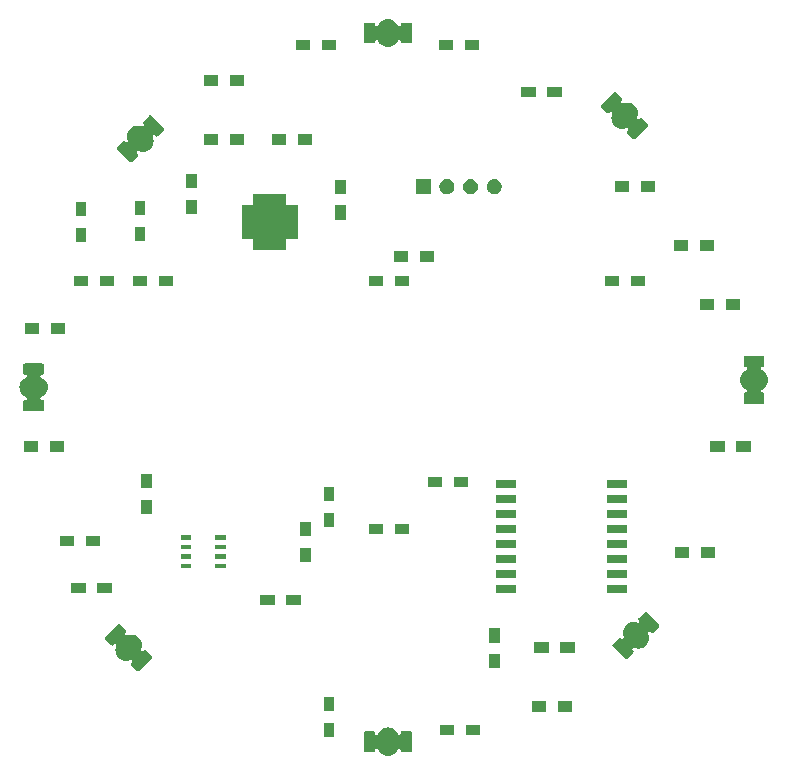
<source format=gbr>
G04 #@! TF.GenerationSoftware,KiCad,Pcbnew,(5.0.2)-1*
G04 #@! TF.CreationDate,2019-03-05T23:48:00-05:00*
G04 #@! TF.ProjectId,bikesenseCap,62696b65-7365-46e7-9365-4361702e6b69,REV E*
G04 #@! TF.SameCoordinates,Original*
G04 #@! TF.FileFunction,Soldermask,Top*
G04 #@! TF.FilePolarity,Negative*
%FSLAX46Y46*%
G04 Gerber Fmt 4.6, Leading zero omitted, Abs format (unit mm)*
G04 Created by KiCad (PCBNEW (5.0.2)-1) date 3/5/2019 11:48:00 PM*
%MOMM*%
%LPD*%
G01*
G04 APERTURE LIST*
%ADD10C,0.100000*%
G04 APERTURE END LIST*
D10*
G36*
X150176432Y-128813022D02*
X150346081Y-128864485D01*
X150502433Y-128948056D01*
X150639475Y-129060525D01*
X150751944Y-129197567D01*
X150839760Y-129361862D01*
X150853373Y-129382237D01*
X150870700Y-129399564D01*
X150891075Y-129413178D01*
X150913714Y-129422555D01*
X150937747Y-129427336D01*
X150962251Y-129427336D01*
X150986285Y-129422556D01*
X151008924Y-129413178D01*
X151029299Y-129399565D01*
X151046626Y-129382238D01*
X151060240Y-129361863D01*
X151069617Y-129339224D01*
X151074398Y-129315191D01*
X151075000Y-129302938D01*
X151075000Y-129246141D01*
X151077803Y-129217684D01*
X151084313Y-129196223D01*
X151094885Y-129176445D01*
X151109110Y-129159110D01*
X151126445Y-129144885D01*
X151146223Y-129134313D01*
X151167684Y-129127803D01*
X151196141Y-129125000D01*
X151903859Y-129125000D01*
X151932316Y-129127803D01*
X151953777Y-129134313D01*
X151973555Y-129144885D01*
X151990890Y-129159110D01*
X152005115Y-129176445D01*
X152015687Y-129196223D01*
X152022197Y-129217684D01*
X152025000Y-129246141D01*
X152025000Y-130753859D01*
X152022197Y-130782316D01*
X152015687Y-130803777D01*
X152005115Y-130823555D01*
X151990890Y-130840890D01*
X151973555Y-130855115D01*
X151953777Y-130865687D01*
X151932316Y-130872197D01*
X151903859Y-130875000D01*
X151196141Y-130875000D01*
X151167684Y-130872197D01*
X151146223Y-130865687D01*
X151126445Y-130855115D01*
X151109110Y-130840890D01*
X151094885Y-130823555D01*
X151084313Y-130803777D01*
X151077803Y-130782316D01*
X151075000Y-130753859D01*
X151075000Y-130697063D01*
X151072598Y-130672677D01*
X151065485Y-130649228D01*
X151053934Y-130627617D01*
X151038388Y-130608675D01*
X151019446Y-130593129D01*
X150997835Y-130581578D01*
X150974386Y-130574465D01*
X150950000Y-130572063D01*
X150925614Y-130574465D01*
X150902165Y-130581578D01*
X150880554Y-130593129D01*
X150861612Y-130608675D01*
X150846066Y-130627617D01*
X150839760Y-130638139D01*
X150751944Y-130802433D01*
X150639475Y-130939475D01*
X150502436Y-131051941D01*
X150346076Y-131135516D01*
X150176431Y-131186978D01*
X150000000Y-131204354D01*
X149823568Y-131186978D01*
X149653919Y-131135515D01*
X149497567Y-131051944D01*
X149360525Y-130939475D01*
X149248056Y-130802433D01*
X149160240Y-130638138D01*
X149146627Y-130617763D01*
X149129300Y-130600436D01*
X149108925Y-130586822D01*
X149086286Y-130577445D01*
X149062253Y-130572664D01*
X149037749Y-130572664D01*
X149013715Y-130577444D01*
X148991076Y-130586822D01*
X148970701Y-130600435D01*
X148953374Y-130617762D01*
X148939760Y-130638137D01*
X148930383Y-130660776D01*
X148925602Y-130684809D01*
X148925000Y-130697062D01*
X148925000Y-130753859D01*
X148922197Y-130782316D01*
X148915687Y-130803777D01*
X148905115Y-130823555D01*
X148890890Y-130840890D01*
X148873555Y-130855115D01*
X148853777Y-130865687D01*
X148832316Y-130872197D01*
X148803859Y-130875000D01*
X148096141Y-130875000D01*
X148067684Y-130872197D01*
X148046223Y-130865687D01*
X148026445Y-130855115D01*
X148009110Y-130840890D01*
X147994885Y-130823555D01*
X147984313Y-130803777D01*
X147977803Y-130782316D01*
X147975000Y-130753859D01*
X147975000Y-129246141D01*
X147977803Y-129217684D01*
X147984313Y-129196223D01*
X147994885Y-129176445D01*
X148009110Y-129159110D01*
X148026445Y-129144885D01*
X148046223Y-129134313D01*
X148067684Y-129127803D01*
X148096141Y-129125000D01*
X148803859Y-129125000D01*
X148832316Y-129127803D01*
X148853777Y-129134313D01*
X148873555Y-129144885D01*
X148890890Y-129159110D01*
X148905115Y-129176445D01*
X148915687Y-129196223D01*
X148922197Y-129217684D01*
X148925000Y-129246141D01*
X148925000Y-129302939D01*
X148927402Y-129327325D01*
X148934515Y-129350774D01*
X148946066Y-129372385D01*
X148961612Y-129391327D01*
X148980554Y-129406873D01*
X149002165Y-129418424D01*
X149025614Y-129425537D01*
X149050000Y-129427939D01*
X149074386Y-129425537D01*
X149097835Y-129418424D01*
X149119446Y-129406873D01*
X149138388Y-129391327D01*
X149153934Y-129372385D01*
X149160240Y-129361863D01*
X149248057Y-129197567D01*
X149360526Y-129060525D01*
X149497568Y-128948056D01*
X149653920Y-128864485D01*
X149823569Y-128813022D01*
X150000000Y-128795646D01*
X150176432Y-128813022D01*
X150176432Y-128813022D01*
G37*
G36*
X145450000Y-129600000D02*
X144550000Y-129600000D01*
X144550000Y-128400000D01*
X145450000Y-128400000D01*
X145450000Y-129600000D01*
X145450000Y-129600000D01*
G37*
G36*
X155600000Y-129450000D02*
X154400000Y-129450000D01*
X154400000Y-128550000D01*
X155600000Y-128550000D01*
X155600000Y-129450000D01*
X155600000Y-129450000D01*
G37*
G36*
X157800000Y-129450000D02*
X156600000Y-129450000D01*
X156600000Y-128550000D01*
X157800000Y-128550000D01*
X157800000Y-129450000D01*
X157800000Y-129450000D01*
G37*
G36*
X163400000Y-127450000D02*
X162200000Y-127450000D01*
X162200000Y-126550000D01*
X163400000Y-126550000D01*
X163400000Y-127450000D01*
X163400000Y-127450000D01*
G37*
G36*
X165600000Y-127450000D02*
X164400000Y-127450000D01*
X164400000Y-126550000D01*
X165600000Y-126550000D01*
X165600000Y-127450000D01*
X165600000Y-127450000D01*
G37*
G36*
X145450000Y-127400000D02*
X144550000Y-127400000D01*
X144550000Y-126200000D01*
X145450000Y-126200000D01*
X145450000Y-127400000D01*
X145450000Y-127400000D01*
G37*
G36*
X127254143Y-120044827D02*
X127275604Y-120051337D01*
X127295382Y-120061909D01*
X127317494Y-120080055D01*
X127817913Y-120580474D01*
X127836059Y-120602586D01*
X127846631Y-120622364D01*
X127853141Y-120643825D01*
X127855339Y-120666141D01*
X127853141Y-120688457D01*
X127846631Y-120709918D01*
X127836059Y-120729696D01*
X127817913Y-120751808D01*
X127777757Y-120791964D01*
X127762211Y-120810906D01*
X127750660Y-120832517D01*
X127743547Y-120855966D01*
X127741145Y-120880352D01*
X127743547Y-120904738D01*
X127750660Y-120928187D01*
X127762211Y-120949798D01*
X127777757Y-120968740D01*
X127796699Y-120984286D01*
X127818310Y-120995837D01*
X127841759Y-121002950D01*
X127866145Y-121005352D01*
X127890531Y-121002950D01*
X127902431Y-120999969D01*
X128080700Y-120945890D01*
X128257132Y-120928514D01*
X128433564Y-120945890D01*
X128603213Y-120997354D01*
X128759560Y-121080923D01*
X128759561Y-121080924D01*
X128759563Y-121080925D01*
X128787300Y-121103688D01*
X128896607Y-121193393D01*
X129009077Y-121330440D01*
X129092646Y-121486787D01*
X129144110Y-121656436D01*
X129161486Y-121832868D01*
X129144110Y-122009300D01*
X129090031Y-122187569D01*
X129085250Y-122211602D01*
X129085250Y-122236106D01*
X129090030Y-122260140D01*
X129099407Y-122282779D01*
X129113021Y-122303154D01*
X129130348Y-122320481D01*
X129150723Y-122334095D01*
X129173362Y-122343472D01*
X129197395Y-122348253D01*
X129221899Y-122348253D01*
X129245933Y-122343473D01*
X129268572Y-122334096D01*
X129288947Y-122320482D01*
X129298036Y-122312243D01*
X129338192Y-122272087D01*
X129360304Y-122253941D01*
X129380082Y-122243369D01*
X129401543Y-122236859D01*
X129423859Y-122234661D01*
X129446175Y-122236859D01*
X129467636Y-122243369D01*
X129487414Y-122253941D01*
X129509526Y-122272087D01*
X130009945Y-122772506D01*
X130028091Y-122794618D01*
X130038663Y-122814396D01*
X130045173Y-122835857D01*
X130047371Y-122858173D01*
X130045173Y-122880489D01*
X130038663Y-122901950D01*
X130028091Y-122921728D01*
X130009945Y-122943840D01*
X128943840Y-124009945D01*
X128921728Y-124028091D01*
X128901950Y-124038663D01*
X128880489Y-124045173D01*
X128858173Y-124047371D01*
X128835857Y-124045173D01*
X128814396Y-124038663D01*
X128794618Y-124028091D01*
X128772506Y-124009945D01*
X128272087Y-123509526D01*
X128253941Y-123487414D01*
X128243369Y-123467636D01*
X128236859Y-123446175D01*
X128234661Y-123423859D01*
X128236859Y-123401543D01*
X128243369Y-123380082D01*
X128253941Y-123360304D01*
X128272087Y-123338192D01*
X128312243Y-123298036D01*
X128327789Y-123279094D01*
X128339340Y-123257483D01*
X128346453Y-123234034D01*
X128348855Y-123209648D01*
X128346453Y-123185262D01*
X128339340Y-123161813D01*
X128327789Y-123140202D01*
X128312243Y-123121260D01*
X128293301Y-123105714D01*
X128271690Y-123094163D01*
X128248241Y-123087050D01*
X128223855Y-123084648D01*
X128199469Y-123087050D01*
X128187569Y-123090031D01*
X128009299Y-123144110D01*
X127832868Y-123161486D01*
X127656437Y-123144110D01*
X127486787Y-123092646D01*
X127330437Y-123009075D01*
X127193394Y-122896606D01*
X127080925Y-122759563D01*
X126997354Y-122603213D01*
X126945890Y-122433563D01*
X126928514Y-122257132D01*
X126945890Y-122080701D01*
X126999969Y-121902431D01*
X127004750Y-121878398D01*
X127004750Y-121853893D01*
X126999970Y-121829860D01*
X126990592Y-121807221D01*
X126976979Y-121786846D01*
X126959652Y-121769519D01*
X126939277Y-121755905D01*
X126916638Y-121746528D01*
X126892605Y-121741747D01*
X126868100Y-121741747D01*
X126844067Y-121746527D01*
X126821428Y-121755905D01*
X126801053Y-121769518D01*
X126791964Y-121777757D01*
X126751808Y-121817913D01*
X126729696Y-121836059D01*
X126709918Y-121846631D01*
X126688457Y-121853141D01*
X126666141Y-121855339D01*
X126643825Y-121853141D01*
X126622364Y-121846631D01*
X126602586Y-121836059D01*
X126580474Y-121817913D01*
X126080055Y-121317494D01*
X126061909Y-121295382D01*
X126051337Y-121275604D01*
X126044827Y-121254143D01*
X126042629Y-121231827D01*
X126044827Y-121209511D01*
X126051337Y-121188050D01*
X126061909Y-121168272D01*
X126080055Y-121146160D01*
X127146160Y-120080055D01*
X127168272Y-120061909D01*
X127188050Y-120051337D01*
X127209511Y-120044827D01*
X127231827Y-120042629D01*
X127254143Y-120044827D01*
X127254143Y-120044827D01*
G37*
G36*
X159450000Y-123800000D02*
X158550000Y-123800000D01*
X158550000Y-122600000D01*
X159450000Y-122600000D01*
X159450000Y-123800000D01*
X159450000Y-123800000D01*
G37*
G36*
X171835489Y-118999827D02*
X171856950Y-119006337D01*
X171876728Y-119016909D01*
X171898840Y-119035055D01*
X172964945Y-120101160D01*
X172983091Y-120123272D01*
X172993663Y-120143050D01*
X173000173Y-120164511D01*
X173002371Y-120186827D01*
X173000173Y-120209143D01*
X172993663Y-120230604D01*
X172983091Y-120250382D01*
X172964945Y-120272494D01*
X172464526Y-120772913D01*
X172442414Y-120791059D01*
X172422636Y-120801631D01*
X172401175Y-120808141D01*
X172378859Y-120810339D01*
X172356543Y-120808141D01*
X172335082Y-120801631D01*
X172315304Y-120791059D01*
X172293192Y-120772913D01*
X172253036Y-120732757D01*
X172234094Y-120717211D01*
X172212483Y-120705660D01*
X172189034Y-120698547D01*
X172164648Y-120696145D01*
X172140262Y-120698547D01*
X172116813Y-120705660D01*
X172095202Y-120717211D01*
X172076260Y-120732757D01*
X172060714Y-120751699D01*
X172049163Y-120773310D01*
X172042050Y-120796759D01*
X172039648Y-120821145D01*
X172042050Y-120845531D01*
X172045031Y-120857431D01*
X172099110Y-121035700D01*
X172116486Y-121212132D01*
X172099110Y-121388564D01*
X172047646Y-121558213D01*
X171964077Y-121714560D01*
X171851607Y-121851607D01*
X171742300Y-121941312D01*
X171714563Y-121964075D01*
X171714561Y-121964076D01*
X171714560Y-121964077D01*
X171558213Y-122047646D01*
X171388564Y-122099110D01*
X171212132Y-122116486D01*
X171035700Y-122099110D01*
X170857431Y-122045031D01*
X170833398Y-122040250D01*
X170808894Y-122040250D01*
X170784860Y-122045030D01*
X170762221Y-122054407D01*
X170741846Y-122068021D01*
X170724519Y-122085348D01*
X170710905Y-122105723D01*
X170701528Y-122128362D01*
X170696747Y-122152395D01*
X170696747Y-122176899D01*
X170701527Y-122200933D01*
X170710904Y-122223572D01*
X170724518Y-122243947D01*
X170732757Y-122253036D01*
X170772913Y-122293192D01*
X170791059Y-122315304D01*
X170801631Y-122335082D01*
X170808141Y-122356543D01*
X170810339Y-122378859D01*
X170808141Y-122401175D01*
X170801631Y-122422636D01*
X170791059Y-122442414D01*
X170772913Y-122464526D01*
X170272494Y-122964945D01*
X170250382Y-122983091D01*
X170230604Y-122993663D01*
X170209143Y-123000173D01*
X170186827Y-123002371D01*
X170164511Y-123000173D01*
X170143050Y-122993663D01*
X170123272Y-122983091D01*
X170101160Y-122964945D01*
X169035055Y-121898840D01*
X169016909Y-121876728D01*
X169006337Y-121856950D01*
X168999827Y-121835489D01*
X168997629Y-121813173D01*
X168999827Y-121790857D01*
X169006337Y-121769396D01*
X169016909Y-121749618D01*
X169035055Y-121727506D01*
X169535474Y-121227087D01*
X169557586Y-121208941D01*
X169577364Y-121198369D01*
X169598825Y-121191859D01*
X169621141Y-121189661D01*
X169643457Y-121191859D01*
X169664918Y-121198369D01*
X169684696Y-121208941D01*
X169706808Y-121227087D01*
X169746964Y-121267243D01*
X169765906Y-121282789D01*
X169787517Y-121294340D01*
X169810966Y-121301453D01*
X169835352Y-121303855D01*
X169859738Y-121301453D01*
X169883187Y-121294340D01*
X169904798Y-121282789D01*
X169923740Y-121267243D01*
X169939286Y-121248301D01*
X169950837Y-121226690D01*
X169957950Y-121203241D01*
X169960352Y-121178855D01*
X169957950Y-121154469D01*
X169954969Y-121142569D01*
X169900890Y-120964299D01*
X169883514Y-120787868D01*
X169900890Y-120611437D01*
X169952354Y-120441787D01*
X170035925Y-120285437D01*
X170148394Y-120148394D01*
X170285437Y-120035925D01*
X170441787Y-119952354D01*
X170611437Y-119900890D01*
X170787868Y-119883514D01*
X170964299Y-119900890D01*
X171142569Y-119954969D01*
X171166602Y-119959750D01*
X171191107Y-119959750D01*
X171215140Y-119954970D01*
X171237779Y-119945592D01*
X171258154Y-119931979D01*
X171275481Y-119914652D01*
X171289095Y-119894277D01*
X171298472Y-119871638D01*
X171303253Y-119847605D01*
X171303253Y-119823100D01*
X171298473Y-119799067D01*
X171289095Y-119776428D01*
X171275482Y-119756053D01*
X171267243Y-119746964D01*
X171227087Y-119706808D01*
X171208941Y-119684696D01*
X171198369Y-119664918D01*
X171191859Y-119643457D01*
X171189661Y-119621141D01*
X171191859Y-119598825D01*
X171198369Y-119577364D01*
X171208941Y-119557586D01*
X171227087Y-119535474D01*
X171727506Y-119035055D01*
X171749618Y-119016909D01*
X171769396Y-119006337D01*
X171790857Y-118999827D01*
X171813173Y-118997629D01*
X171835489Y-118999827D01*
X171835489Y-118999827D01*
G37*
G36*
X163600000Y-122450000D02*
X162400000Y-122450000D01*
X162400000Y-121550000D01*
X163600000Y-121550000D01*
X163600000Y-122450000D01*
X163600000Y-122450000D01*
G37*
G36*
X165800000Y-122450000D02*
X164600000Y-122450000D01*
X164600000Y-121550000D01*
X165800000Y-121550000D01*
X165800000Y-122450000D01*
X165800000Y-122450000D01*
G37*
G36*
X159450000Y-121600000D02*
X158550000Y-121600000D01*
X158550000Y-120400000D01*
X159450000Y-120400000D01*
X159450000Y-121600000D01*
X159450000Y-121600000D01*
G37*
G36*
X140400000Y-118450000D02*
X139200000Y-118450000D01*
X139200000Y-117550000D01*
X140400000Y-117550000D01*
X140400000Y-118450000D01*
X140400000Y-118450000D01*
G37*
G36*
X142600000Y-118450000D02*
X141400000Y-118450000D01*
X141400000Y-117550000D01*
X142600000Y-117550000D01*
X142600000Y-118450000D01*
X142600000Y-118450000D01*
G37*
G36*
X124400000Y-117450000D02*
X123200000Y-117450000D01*
X123200000Y-116550000D01*
X124400000Y-116550000D01*
X124400000Y-117450000D01*
X124400000Y-117450000D01*
G37*
G36*
X126600000Y-117450000D02*
X125400000Y-117450000D01*
X125400000Y-116550000D01*
X126600000Y-116550000D01*
X126600000Y-117450000D01*
X126600000Y-117450000D01*
G37*
G36*
X170230000Y-117430000D02*
X168530000Y-117430000D01*
X168530000Y-116730000D01*
X170230000Y-116730000D01*
X170230000Y-117430000D01*
X170230000Y-117430000D01*
G37*
G36*
X160850000Y-117430000D02*
X159150000Y-117430000D01*
X159150000Y-116730000D01*
X160850000Y-116730000D01*
X160850000Y-117430000D01*
X160850000Y-117430000D01*
G37*
G36*
X170230000Y-116160000D02*
X168530000Y-116160000D01*
X168530000Y-115460000D01*
X170230000Y-115460000D01*
X170230000Y-116160000D01*
X170230000Y-116160000D01*
G37*
G36*
X160850000Y-116160000D02*
X159150000Y-116160000D01*
X159150000Y-115460000D01*
X160850000Y-115460000D01*
X160850000Y-116160000D01*
X160850000Y-116160000D01*
G37*
G36*
X133366000Y-115319000D02*
X132466000Y-115319000D01*
X132466000Y-114919000D01*
X133366000Y-114919000D01*
X133366000Y-115319000D01*
X133366000Y-115319000D01*
G37*
G36*
X136266000Y-115319000D02*
X135366000Y-115319000D01*
X135366000Y-114919000D01*
X136266000Y-114919000D01*
X136266000Y-115319000D01*
X136266000Y-115319000D01*
G37*
G36*
X160850000Y-114890000D02*
X159150000Y-114890000D01*
X159150000Y-114190000D01*
X160850000Y-114190000D01*
X160850000Y-114890000D01*
X160850000Y-114890000D01*
G37*
G36*
X170230000Y-114890000D02*
X168530000Y-114890000D01*
X168530000Y-114190000D01*
X170230000Y-114190000D01*
X170230000Y-114890000D01*
X170230000Y-114890000D01*
G37*
G36*
X143450000Y-114800000D02*
X142550000Y-114800000D01*
X142550000Y-113600000D01*
X143450000Y-113600000D01*
X143450000Y-114800000D01*
X143450000Y-114800000D01*
G37*
G36*
X136266000Y-114519000D02*
X135366000Y-114519000D01*
X135366000Y-114119000D01*
X136266000Y-114119000D01*
X136266000Y-114519000D01*
X136266000Y-114519000D01*
G37*
G36*
X133366000Y-114519000D02*
X132466000Y-114519000D01*
X132466000Y-114119000D01*
X133366000Y-114119000D01*
X133366000Y-114519000D01*
X133366000Y-114519000D01*
G37*
G36*
X175500000Y-114450000D02*
X174300000Y-114450000D01*
X174300000Y-113550000D01*
X175500000Y-113550000D01*
X175500000Y-114450000D01*
X175500000Y-114450000D01*
G37*
G36*
X177700000Y-114450000D02*
X176500000Y-114450000D01*
X176500000Y-113550000D01*
X177700000Y-113550000D01*
X177700000Y-114450000D01*
X177700000Y-114450000D01*
G37*
G36*
X133366000Y-113719000D02*
X132466000Y-113719000D01*
X132466000Y-113319000D01*
X133366000Y-113319000D01*
X133366000Y-113719000D01*
X133366000Y-113719000D01*
G37*
G36*
X136266000Y-113719000D02*
X135366000Y-113719000D01*
X135366000Y-113319000D01*
X136266000Y-113319000D01*
X136266000Y-113719000D01*
X136266000Y-113719000D01*
G37*
G36*
X170230000Y-113620000D02*
X168530000Y-113620000D01*
X168530000Y-112920000D01*
X170230000Y-112920000D01*
X170230000Y-113620000D01*
X170230000Y-113620000D01*
G37*
G36*
X160850000Y-113620000D02*
X159150000Y-113620000D01*
X159150000Y-112920000D01*
X160850000Y-112920000D01*
X160850000Y-113620000D01*
X160850000Y-113620000D01*
G37*
G36*
X125600000Y-113450000D02*
X124400000Y-113450000D01*
X124400000Y-112550000D01*
X125600000Y-112550000D01*
X125600000Y-113450000D01*
X125600000Y-113450000D01*
G37*
G36*
X123400000Y-113450000D02*
X122200000Y-113450000D01*
X122200000Y-112550000D01*
X123400000Y-112550000D01*
X123400000Y-113450000D01*
X123400000Y-113450000D01*
G37*
G36*
X136266000Y-112919000D02*
X135366000Y-112919000D01*
X135366000Y-112519000D01*
X136266000Y-112519000D01*
X136266000Y-112919000D01*
X136266000Y-112919000D01*
G37*
G36*
X133366000Y-112919000D02*
X132466000Y-112919000D01*
X132466000Y-112519000D01*
X133366000Y-112519000D01*
X133366000Y-112919000D01*
X133366000Y-112919000D01*
G37*
G36*
X143450000Y-112600000D02*
X142550000Y-112600000D01*
X142550000Y-111400000D01*
X143450000Y-111400000D01*
X143450000Y-112600000D01*
X143450000Y-112600000D01*
G37*
G36*
X151800000Y-112450000D02*
X150600000Y-112450000D01*
X150600000Y-111550000D01*
X151800000Y-111550000D01*
X151800000Y-112450000D01*
X151800000Y-112450000D01*
G37*
G36*
X149600000Y-112450000D02*
X148400000Y-112450000D01*
X148400000Y-111550000D01*
X149600000Y-111550000D01*
X149600000Y-112450000D01*
X149600000Y-112450000D01*
G37*
G36*
X160850000Y-112350000D02*
X159150000Y-112350000D01*
X159150000Y-111650000D01*
X160850000Y-111650000D01*
X160850000Y-112350000D01*
X160850000Y-112350000D01*
G37*
G36*
X170230000Y-112350000D02*
X168530000Y-112350000D01*
X168530000Y-111650000D01*
X170230000Y-111650000D01*
X170230000Y-112350000D01*
X170230000Y-112350000D01*
G37*
G36*
X145450000Y-111800000D02*
X144550000Y-111800000D01*
X144550000Y-110600000D01*
X145450000Y-110600000D01*
X145450000Y-111800000D01*
X145450000Y-111800000D01*
G37*
G36*
X170230000Y-111080000D02*
X168530000Y-111080000D01*
X168530000Y-110380000D01*
X170230000Y-110380000D01*
X170230000Y-111080000D01*
X170230000Y-111080000D01*
G37*
G36*
X160850000Y-111080000D02*
X159150000Y-111080000D01*
X159150000Y-110380000D01*
X160850000Y-110380000D01*
X160850000Y-111080000D01*
X160850000Y-111080000D01*
G37*
G36*
X129990000Y-110750000D02*
X129090000Y-110750000D01*
X129090000Y-109550000D01*
X129990000Y-109550000D01*
X129990000Y-110750000D01*
X129990000Y-110750000D01*
G37*
G36*
X170230000Y-109810000D02*
X168530000Y-109810000D01*
X168530000Y-109110000D01*
X170230000Y-109110000D01*
X170230000Y-109810000D01*
X170230000Y-109810000D01*
G37*
G36*
X160850000Y-109810000D02*
X159150000Y-109810000D01*
X159150000Y-109110000D01*
X160850000Y-109110000D01*
X160850000Y-109810000D01*
X160850000Y-109810000D01*
G37*
G36*
X145450000Y-109600000D02*
X144550000Y-109600000D01*
X144550000Y-108400000D01*
X145450000Y-108400000D01*
X145450000Y-109600000D01*
X145450000Y-109600000D01*
G37*
G36*
X129990000Y-108550000D02*
X129090000Y-108550000D01*
X129090000Y-107350000D01*
X129990000Y-107350000D01*
X129990000Y-108550000D01*
X129990000Y-108550000D01*
G37*
G36*
X170230000Y-108540000D02*
X168530000Y-108540000D01*
X168530000Y-107840000D01*
X170230000Y-107840000D01*
X170230000Y-108540000D01*
X170230000Y-108540000D01*
G37*
G36*
X160850000Y-108540000D02*
X159150000Y-108540000D01*
X159150000Y-107840000D01*
X160850000Y-107840000D01*
X160850000Y-108540000D01*
X160850000Y-108540000D01*
G37*
G36*
X156800000Y-108450000D02*
X155600000Y-108450000D01*
X155600000Y-107550000D01*
X156800000Y-107550000D01*
X156800000Y-108450000D01*
X156800000Y-108450000D01*
G37*
G36*
X154600000Y-108450000D02*
X153400000Y-108450000D01*
X153400000Y-107550000D01*
X154600000Y-107550000D01*
X154600000Y-108450000D01*
X154600000Y-108450000D01*
G37*
G36*
X180700000Y-105450000D02*
X179500000Y-105450000D01*
X179500000Y-104550000D01*
X180700000Y-104550000D01*
X180700000Y-105450000D01*
X180700000Y-105450000D01*
G37*
G36*
X178500000Y-105450000D02*
X177300000Y-105450000D01*
X177300000Y-104550000D01*
X178500000Y-104550000D01*
X178500000Y-105450000D01*
X178500000Y-105450000D01*
G37*
G36*
X122600000Y-105450000D02*
X121400000Y-105450000D01*
X121400000Y-104550000D01*
X122600000Y-104550000D01*
X122600000Y-105450000D01*
X122600000Y-105450000D01*
G37*
G36*
X120400000Y-105450000D02*
X119200000Y-105450000D01*
X119200000Y-104550000D01*
X120400000Y-104550000D01*
X120400000Y-105450000D01*
X120400000Y-105450000D01*
G37*
G36*
X120782316Y-97977803D02*
X120803777Y-97984313D01*
X120823555Y-97994885D01*
X120840890Y-98009110D01*
X120855115Y-98026445D01*
X120865687Y-98046223D01*
X120872197Y-98067684D01*
X120875000Y-98096141D01*
X120875000Y-98803859D01*
X120872197Y-98832316D01*
X120865687Y-98853777D01*
X120855115Y-98873555D01*
X120840890Y-98890890D01*
X120823555Y-98905115D01*
X120803777Y-98915687D01*
X120782316Y-98922197D01*
X120753859Y-98925000D01*
X120697063Y-98925000D01*
X120672677Y-98927402D01*
X120649228Y-98934515D01*
X120627617Y-98946066D01*
X120608675Y-98961612D01*
X120593129Y-98980554D01*
X120581578Y-99002165D01*
X120574465Y-99025614D01*
X120572063Y-99050000D01*
X120574465Y-99074386D01*
X120581578Y-99097835D01*
X120593129Y-99119446D01*
X120608675Y-99138388D01*
X120627617Y-99153934D01*
X120638139Y-99160240D01*
X120802433Y-99248056D01*
X120939475Y-99360525D01*
X121051944Y-99497567D01*
X121135515Y-99653919D01*
X121186978Y-99823568D01*
X121204354Y-100000000D01*
X121186978Y-100176432D01*
X121135515Y-100346081D01*
X121051944Y-100502433D01*
X120939475Y-100639475D01*
X120802433Y-100751944D01*
X120638139Y-100839760D01*
X120617764Y-100853373D01*
X120600437Y-100870701D01*
X120586823Y-100891075D01*
X120577446Y-100913714D01*
X120572665Y-100937747D01*
X120572665Y-100962252D01*
X120577445Y-100986285D01*
X120586823Y-101008924D01*
X120600436Y-101029299D01*
X120617764Y-101046626D01*
X120638138Y-101060240D01*
X120660777Y-101069617D01*
X120684810Y-101074398D01*
X120697063Y-101075000D01*
X120753859Y-101075000D01*
X120782316Y-101077803D01*
X120803777Y-101084313D01*
X120823555Y-101094885D01*
X120840890Y-101109110D01*
X120855115Y-101126445D01*
X120865687Y-101146223D01*
X120872197Y-101167684D01*
X120875000Y-101196141D01*
X120875000Y-101903859D01*
X120872197Y-101932316D01*
X120865687Y-101953777D01*
X120855115Y-101973555D01*
X120840890Y-101990890D01*
X120823555Y-102005115D01*
X120803777Y-102015687D01*
X120782316Y-102022197D01*
X120753859Y-102025000D01*
X119246141Y-102025000D01*
X119217684Y-102022197D01*
X119196223Y-102015687D01*
X119176445Y-102005115D01*
X119159110Y-101990890D01*
X119144885Y-101973555D01*
X119134313Y-101953777D01*
X119127803Y-101932316D01*
X119125000Y-101903859D01*
X119125000Y-101196141D01*
X119127803Y-101167684D01*
X119134313Y-101146223D01*
X119144885Y-101126445D01*
X119159110Y-101109110D01*
X119176445Y-101094885D01*
X119196223Y-101084313D01*
X119217684Y-101077803D01*
X119246141Y-101075000D01*
X119302937Y-101075000D01*
X119327323Y-101072598D01*
X119350772Y-101065485D01*
X119372383Y-101053934D01*
X119391325Y-101038388D01*
X119406871Y-101019446D01*
X119418422Y-100997835D01*
X119425535Y-100974386D01*
X119427937Y-100950000D01*
X119425535Y-100925614D01*
X119418422Y-100902165D01*
X119406871Y-100880554D01*
X119391325Y-100861612D01*
X119372383Y-100846066D01*
X119361861Y-100839760D01*
X119197567Y-100751944D01*
X119060525Y-100639475D01*
X118948056Y-100502433D01*
X118864485Y-100346081D01*
X118813022Y-100176432D01*
X118795646Y-100000000D01*
X118813022Y-99823568D01*
X118864485Y-99653919D01*
X118948056Y-99497567D01*
X119060525Y-99360525D01*
X119197567Y-99248056D01*
X119361861Y-99160240D01*
X119382236Y-99146627D01*
X119399563Y-99129299D01*
X119413177Y-99108925D01*
X119422554Y-99086286D01*
X119427335Y-99062253D01*
X119427335Y-99037748D01*
X119422555Y-99013715D01*
X119413177Y-98991076D01*
X119399564Y-98970701D01*
X119382236Y-98953374D01*
X119361862Y-98939760D01*
X119339223Y-98930383D01*
X119315190Y-98925602D01*
X119302937Y-98925000D01*
X119246141Y-98925000D01*
X119217684Y-98922197D01*
X119196223Y-98915687D01*
X119176445Y-98905115D01*
X119159110Y-98890890D01*
X119144885Y-98873555D01*
X119134313Y-98853777D01*
X119127803Y-98832316D01*
X119125000Y-98803859D01*
X119125000Y-98096141D01*
X119127803Y-98067684D01*
X119134313Y-98046223D01*
X119144885Y-98026445D01*
X119159110Y-98009110D01*
X119176445Y-97994885D01*
X119196223Y-97984313D01*
X119217684Y-97977803D01*
X119246141Y-97975000D01*
X120753859Y-97975000D01*
X120782316Y-97977803D01*
X120782316Y-97977803D01*
G37*
G36*
X181782316Y-97327803D02*
X181803777Y-97334313D01*
X181823555Y-97344885D01*
X181840890Y-97359110D01*
X181855115Y-97376445D01*
X181865687Y-97396223D01*
X181872197Y-97417684D01*
X181875000Y-97446141D01*
X181875000Y-98153859D01*
X181872197Y-98182316D01*
X181865687Y-98203777D01*
X181855115Y-98223555D01*
X181840890Y-98240890D01*
X181823555Y-98255115D01*
X181803777Y-98265687D01*
X181782316Y-98272197D01*
X181753859Y-98275000D01*
X181697063Y-98275000D01*
X181672677Y-98277402D01*
X181649228Y-98284515D01*
X181627617Y-98296066D01*
X181608675Y-98311612D01*
X181593129Y-98330554D01*
X181581578Y-98352165D01*
X181574465Y-98375614D01*
X181572063Y-98400000D01*
X181574465Y-98424386D01*
X181581578Y-98447835D01*
X181593129Y-98469446D01*
X181608675Y-98488388D01*
X181627617Y-98503934D01*
X181638139Y-98510240D01*
X181802433Y-98598056D01*
X181939475Y-98710525D01*
X182051944Y-98847567D01*
X182135515Y-99003919D01*
X182186978Y-99173568D01*
X182204354Y-99350000D01*
X182186978Y-99526432D01*
X182135515Y-99696081D01*
X182051944Y-99852433D01*
X181939475Y-99989475D01*
X181802433Y-100101944D01*
X181638139Y-100189760D01*
X181617764Y-100203373D01*
X181600437Y-100220701D01*
X181586823Y-100241075D01*
X181577446Y-100263714D01*
X181572665Y-100287747D01*
X181572665Y-100312252D01*
X181577445Y-100336285D01*
X181586823Y-100358924D01*
X181600436Y-100379299D01*
X181617764Y-100396626D01*
X181638138Y-100410240D01*
X181660777Y-100419617D01*
X181684810Y-100424398D01*
X181697063Y-100425000D01*
X181753859Y-100425000D01*
X181782316Y-100427803D01*
X181803777Y-100434313D01*
X181823555Y-100444885D01*
X181840890Y-100459110D01*
X181855115Y-100476445D01*
X181865687Y-100496223D01*
X181872197Y-100517684D01*
X181875000Y-100546141D01*
X181875000Y-101253859D01*
X181872197Y-101282316D01*
X181865687Y-101303777D01*
X181855115Y-101323555D01*
X181840890Y-101340890D01*
X181823555Y-101355115D01*
X181803777Y-101365687D01*
X181782316Y-101372197D01*
X181753859Y-101375000D01*
X180246141Y-101375000D01*
X180217684Y-101372197D01*
X180196223Y-101365687D01*
X180176445Y-101355115D01*
X180159110Y-101340890D01*
X180144885Y-101323555D01*
X180134313Y-101303777D01*
X180127803Y-101282316D01*
X180125000Y-101253859D01*
X180125000Y-100546141D01*
X180127803Y-100517684D01*
X180134313Y-100496223D01*
X180144885Y-100476445D01*
X180159110Y-100459110D01*
X180176445Y-100444885D01*
X180196223Y-100434313D01*
X180217684Y-100427803D01*
X180246141Y-100425000D01*
X180302937Y-100425000D01*
X180327323Y-100422598D01*
X180350772Y-100415485D01*
X180372383Y-100403934D01*
X180391325Y-100388388D01*
X180406871Y-100369446D01*
X180418422Y-100347835D01*
X180425535Y-100324386D01*
X180427937Y-100300000D01*
X180425535Y-100275614D01*
X180418422Y-100252165D01*
X180406871Y-100230554D01*
X180391325Y-100211612D01*
X180372383Y-100196066D01*
X180361861Y-100189760D01*
X180197567Y-100101944D01*
X180060525Y-99989475D01*
X179948056Y-99852433D01*
X179864485Y-99696081D01*
X179813022Y-99526432D01*
X179795646Y-99350000D01*
X179813022Y-99173568D01*
X179864485Y-99003919D01*
X179948056Y-98847567D01*
X180060525Y-98710525D01*
X180197567Y-98598056D01*
X180361861Y-98510240D01*
X180382236Y-98496627D01*
X180399563Y-98479299D01*
X180413177Y-98458925D01*
X180422554Y-98436286D01*
X180427335Y-98412253D01*
X180427335Y-98387748D01*
X180422555Y-98363715D01*
X180413177Y-98341076D01*
X180399564Y-98320701D01*
X180382236Y-98303374D01*
X180361862Y-98289760D01*
X180339223Y-98280383D01*
X180315190Y-98275602D01*
X180302937Y-98275000D01*
X180246141Y-98275000D01*
X180217684Y-98272197D01*
X180196223Y-98265687D01*
X180176445Y-98255115D01*
X180159110Y-98240890D01*
X180144885Y-98223555D01*
X180134313Y-98203777D01*
X180127803Y-98182316D01*
X180125000Y-98153859D01*
X180125000Y-97446141D01*
X180127803Y-97417684D01*
X180134313Y-97396223D01*
X180144885Y-97376445D01*
X180159110Y-97359110D01*
X180176445Y-97344885D01*
X180196223Y-97334313D01*
X180217684Y-97327803D01*
X180246141Y-97325000D01*
X181753859Y-97325000D01*
X181782316Y-97327803D01*
X181782316Y-97327803D01*
G37*
G36*
X122700000Y-95450000D02*
X121500000Y-95450000D01*
X121500000Y-94550000D01*
X122700000Y-94550000D01*
X122700000Y-95450000D01*
X122700000Y-95450000D01*
G37*
G36*
X120500000Y-95450000D02*
X119300000Y-95450000D01*
X119300000Y-94550000D01*
X120500000Y-94550000D01*
X120500000Y-95450000D01*
X120500000Y-95450000D01*
G37*
G36*
X177600000Y-93450000D02*
X176400000Y-93450000D01*
X176400000Y-92550000D01*
X177600000Y-92550000D01*
X177600000Y-93450000D01*
X177600000Y-93450000D01*
G37*
G36*
X179800000Y-93450000D02*
X178600000Y-93450000D01*
X178600000Y-92550000D01*
X179800000Y-92550000D01*
X179800000Y-93450000D01*
X179800000Y-93450000D01*
G37*
G36*
X151800000Y-91450000D02*
X150600000Y-91450000D01*
X150600000Y-90550000D01*
X151800000Y-90550000D01*
X151800000Y-91450000D01*
X151800000Y-91450000D01*
G37*
G36*
X169600000Y-91450000D02*
X168400000Y-91450000D01*
X168400000Y-90550000D01*
X169600000Y-90550000D01*
X169600000Y-91450000D01*
X169600000Y-91450000D01*
G37*
G36*
X149600000Y-91450000D02*
X148400000Y-91450000D01*
X148400000Y-90550000D01*
X149600000Y-90550000D01*
X149600000Y-91450000D01*
X149600000Y-91450000D01*
G37*
G36*
X131800000Y-91450000D02*
X130600000Y-91450000D01*
X130600000Y-90550000D01*
X131800000Y-90550000D01*
X131800000Y-91450000D01*
X131800000Y-91450000D01*
G37*
G36*
X126800000Y-91450000D02*
X125600000Y-91450000D01*
X125600000Y-90550000D01*
X126800000Y-90550000D01*
X126800000Y-91450000D01*
X126800000Y-91450000D01*
G37*
G36*
X124600000Y-91450000D02*
X123400000Y-91450000D01*
X123400000Y-90550000D01*
X124600000Y-90550000D01*
X124600000Y-91450000D01*
X124600000Y-91450000D01*
G37*
G36*
X171800000Y-91450000D02*
X170600000Y-91450000D01*
X170600000Y-90550000D01*
X171800000Y-90550000D01*
X171800000Y-91450000D01*
X171800000Y-91450000D01*
G37*
G36*
X129600000Y-91450000D02*
X128400000Y-91450000D01*
X128400000Y-90550000D01*
X129600000Y-90550000D01*
X129600000Y-91450000D01*
X129600000Y-91450000D01*
G37*
G36*
X153930000Y-89350000D02*
X152730000Y-89350000D01*
X152730000Y-88450000D01*
X153930000Y-88450000D01*
X153930000Y-89350000D01*
X153930000Y-89350000D01*
G37*
G36*
X151730000Y-89350000D02*
X150530000Y-89350000D01*
X150530000Y-88450000D01*
X151730000Y-88450000D01*
X151730000Y-89350000D01*
X151730000Y-89350000D01*
G37*
G36*
X177600000Y-88450000D02*
X176400000Y-88450000D01*
X176400000Y-87550000D01*
X177600000Y-87550000D01*
X177600000Y-88450000D01*
X177600000Y-88450000D01*
G37*
G36*
X175400000Y-88450000D02*
X174200000Y-88450000D01*
X174200000Y-87550000D01*
X175400000Y-87550000D01*
X175400000Y-88450000D01*
X175400000Y-88450000D01*
G37*
G36*
X141400000Y-84475000D02*
X141402402Y-84499386D01*
X141409515Y-84522835D01*
X141421066Y-84544446D01*
X141436612Y-84563388D01*
X141455554Y-84578934D01*
X141477165Y-84590485D01*
X141500614Y-84597598D01*
X141525000Y-84600000D01*
X142375000Y-84600000D01*
X142375000Y-87400000D01*
X141525000Y-87400000D01*
X141500614Y-87402402D01*
X141477165Y-87409515D01*
X141455554Y-87421066D01*
X141436612Y-87436612D01*
X141421066Y-87455554D01*
X141409515Y-87477165D01*
X141402402Y-87500614D01*
X141400000Y-87525000D01*
X141400000Y-88375000D01*
X138600000Y-88375000D01*
X138600000Y-87525000D01*
X138597598Y-87500614D01*
X138590485Y-87477165D01*
X138578934Y-87455554D01*
X138563388Y-87436612D01*
X138544446Y-87421066D01*
X138522835Y-87409515D01*
X138499386Y-87402402D01*
X138475000Y-87400000D01*
X137625000Y-87400000D01*
X137625000Y-84600000D01*
X138475000Y-84600000D01*
X138499386Y-84597598D01*
X138522835Y-84590485D01*
X138544446Y-84578934D01*
X138563388Y-84563388D01*
X138578934Y-84544446D01*
X138590485Y-84522835D01*
X138597598Y-84499386D01*
X138600000Y-84475000D01*
X138600000Y-83625000D01*
X141400000Y-83625000D01*
X141400000Y-84475000D01*
X141400000Y-84475000D01*
G37*
G36*
X124450000Y-87700000D02*
X123550000Y-87700000D01*
X123550000Y-86500000D01*
X124450000Y-86500000D01*
X124450000Y-87700000D01*
X124450000Y-87700000D01*
G37*
G36*
X129450000Y-87600000D02*
X128550000Y-87600000D01*
X128550000Y-86400000D01*
X129450000Y-86400000D01*
X129450000Y-87600000D01*
X129450000Y-87600000D01*
G37*
G36*
X146450000Y-85800000D02*
X145550000Y-85800000D01*
X145550000Y-84600000D01*
X146450000Y-84600000D01*
X146450000Y-85800000D01*
X146450000Y-85800000D01*
G37*
G36*
X124450000Y-85500000D02*
X123550000Y-85500000D01*
X123550000Y-84300000D01*
X124450000Y-84300000D01*
X124450000Y-85500000D01*
X124450000Y-85500000D01*
G37*
G36*
X129450000Y-85400000D02*
X128550000Y-85400000D01*
X128550000Y-84200000D01*
X129450000Y-84200000D01*
X129450000Y-85400000D01*
X129450000Y-85400000D01*
G37*
G36*
X133800000Y-85350000D02*
X132900000Y-85350000D01*
X132900000Y-84150000D01*
X133800000Y-84150000D01*
X133800000Y-85350000D01*
X133800000Y-85350000D01*
G37*
G36*
X159184963Y-82389403D02*
X159300524Y-82437270D01*
X159404532Y-82506766D01*
X159492974Y-82595208D01*
X159562470Y-82699216D01*
X159610337Y-82814777D01*
X159634740Y-82937459D01*
X159634740Y-83062541D01*
X159610337Y-83185223D01*
X159562470Y-83300784D01*
X159492974Y-83404792D01*
X159404532Y-83493234D01*
X159300524Y-83562730D01*
X159210546Y-83600000D01*
X159184963Y-83610597D01*
X159062282Y-83635000D01*
X158937198Y-83635000D01*
X158814517Y-83610597D01*
X158788934Y-83600000D01*
X158698956Y-83562730D01*
X158594948Y-83493234D01*
X158506506Y-83404792D01*
X158437010Y-83300784D01*
X158389143Y-83185223D01*
X158364740Y-83062541D01*
X158364740Y-82937459D01*
X158389143Y-82814777D01*
X158437010Y-82699216D01*
X158506506Y-82595208D01*
X158594948Y-82506766D01*
X158698956Y-82437270D01*
X158814517Y-82389403D01*
X158937198Y-82365000D01*
X159062282Y-82365000D01*
X159184963Y-82389403D01*
X159184963Y-82389403D01*
G37*
G36*
X157183443Y-82389403D02*
X157299004Y-82437270D01*
X157403012Y-82506766D01*
X157491454Y-82595208D01*
X157560950Y-82699216D01*
X157608817Y-82814777D01*
X157633220Y-82937459D01*
X157633220Y-83062541D01*
X157608817Y-83185223D01*
X157560950Y-83300784D01*
X157491454Y-83404792D01*
X157403012Y-83493234D01*
X157299004Y-83562730D01*
X157209026Y-83600000D01*
X157183443Y-83610597D01*
X157060762Y-83635000D01*
X156935678Y-83635000D01*
X156812997Y-83610597D01*
X156787414Y-83600000D01*
X156697436Y-83562730D01*
X156593428Y-83493234D01*
X156504986Y-83404792D01*
X156435490Y-83300784D01*
X156387623Y-83185223D01*
X156363220Y-83062541D01*
X156363220Y-82937459D01*
X156387623Y-82814777D01*
X156435490Y-82699216D01*
X156504986Y-82595208D01*
X156593428Y-82506766D01*
X156697436Y-82437270D01*
X156812997Y-82389403D01*
X156935678Y-82365000D01*
X157060762Y-82365000D01*
X157183443Y-82389403D01*
X157183443Y-82389403D01*
G37*
G36*
X153635260Y-83635000D02*
X152365260Y-83635000D01*
X152365260Y-82365000D01*
X153635260Y-82365000D01*
X153635260Y-83635000D01*
X153635260Y-83635000D01*
G37*
G36*
X155187003Y-82389403D02*
X155302564Y-82437270D01*
X155406572Y-82506766D01*
X155495014Y-82595208D01*
X155564510Y-82699216D01*
X155612377Y-82814777D01*
X155636780Y-82937459D01*
X155636780Y-83062541D01*
X155612377Y-83185223D01*
X155564510Y-83300784D01*
X155495014Y-83404792D01*
X155406572Y-83493234D01*
X155302564Y-83562730D01*
X155212586Y-83600000D01*
X155187003Y-83610597D01*
X155064322Y-83635000D01*
X154939238Y-83635000D01*
X154816557Y-83610597D01*
X154790974Y-83600000D01*
X154700996Y-83562730D01*
X154596988Y-83493234D01*
X154508546Y-83404792D01*
X154439050Y-83300784D01*
X154391183Y-83185223D01*
X154366780Y-83062541D01*
X154366780Y-82937459D01*
X154391183Y-82814777D01*
X154439050Y-82699216D01*
X154508546Y-82595208D01*
X154596988Y-82506766D01*
X154700996Y-82437270D01*
X154816557Y-82389403D01*
X154939238Y-82365000D01*
X155064322Y-82365000D01*
X155187003Y-82389403D01*
X155187003Y-82389403D01*
G37*
G36*
X146450000Y-83600000D02*
X145550000Y-83600000D01*
X145550000Y-82400000D01*
X146450000Y-82400000D01*
X146450000Y-83600000D01*
X146450000Y-83600000D01*
G37*
G36*
X172600000Y-83450000D02*
X171400000Y-83450000D01*
X171400000Y-82550000D01*
X172600000Y-82550000D01*
X172600000Y-83450000D01*
X172600000Y-83450000D01*
G37*
G36*
X170400000Y-83450000D02*
X169200000Y-83450000D01*
X169200000Y-82550000D01*
X170400000Y-82550000D01*
X170400000Y-83450000D01*
X170400000Y-83450000D01*
G37*
G36*
X133800000Y-83150000D02*
X132900000Y-83150000D01*
X132900000Y-81950000D01*
X133800000Y-81950000D01*
X133800000Y-83150000D01*
X133800000Y-83150000D01*
G37*
G36*
X129880489Y-76954427D02*
X129901950Y-76960937D01*
X129921728Y-76971509D01*
X129943840Y-76989655D01*
X131009945Y-78055760D01*
X131028091Y-78077872D01*
X131038663Y-78097650D01*
X131045173Y-78119111D01*
X131047371Y-78141427D01*
X131045173Y-78163743D01*
X131038663Y-78185204D01*
X131028091Y-78204982D01*
X131009945Y-78227094D01*
X130509526Y-78727513D01*
X130487414Y-78745659D01*
X130467636Y-78756231D01*
X130446175Y-78762741D01*
X130423859Y-78764939D01*
X130401543Y-78762741D01*
X130380082Y-78756231D01*
X130360304Y-78745659D01*
X130338192Y-78727513D01*
X130298036Y-78687357D01*
X130279094Y-78671811D01*
X130257483Y-78660260D01*
X130234034Y-78653147D01*
X130209648Y-78650745D01*
X130185262Y-78653147D01*
X130161813Y-78660260D01*
X130140202Y-78671811D01*
X130121260Y-78687357D01*
X130105714Y-78706299D01*
X130094163Y-78727910D01*
X130087050Y-78751359D01*
X130084648Y-78775745D01*
X130087050Y-78800131D01*
X130090031Y-78812031D01*
X130144110Y-78990300D01*
X130161486Y-79166732D01*
X130144110Y-79343164D01*
X130092646Y-79512813D01*
X130009077Y-79669160D01*
X129896607Y-79806207D01*
X129787300Y-79895912D01*
X129759563Y-79918675D01*
X129759561Y-79918676D01*
X129759560Y-79918677D01*
X129603213Y-80002246D01*
X129433564Y-80053710D01*
X129257132Y-80071086D01*
X129080700Y-80053710D01*
X128902431Y-79999631D01*
X128878398Y-79994850D01*
X128853894Y-79994850D01*
X128829860Y-79999630D01*
X128807221Y-80009007D01*
X128786846Y-80022621D01*
X128769519Y-80039948D01*
X128755905Y-80060323D01*
X128746528Y-80082962D01*
X128741747Y-80106995D01*
X128741747Y-80131499D01*
X128746527Y-80155533D01*
X128755904Y-80178172D01*
X128769518Y-80198547D01*
X128777757Y-80207636D01*
X128817913Y-80247792D01*
X128836059Y-80269904D01*
X128846631Y-80289682D01*
X128853141Y-80311143D01*
X128855339Y-80333459D01*
X128853141Y-80355775D01*
X128846631Y-80377236D01*
X128836059Y-80397014D01*
X128817913Y-80419126D01*
X128317494Y-80919545D01*
X128295382Y-80937691D01*
X128275604Y-80948263D01*
X128254143Y-80954773D01*
X128231827Y-80956971D01*
X128209511Y-80954773D01*
X128188050Y-80948263D01*
X128168272Y-80937691D01*
X128146160Y-80919545D01*
X127080055Y-79853440D01*
X127061909Y-79831328D01*
X127051337Y-79811550D01*
X127044827Y-79790089D01*
X127042629Y-79767773D01*
X127044827Y-79745457D01*
X127051337Y-79723996D01*
X127061909Y-79704218D01*
X127080055Y-79682106D01*
X127580474Y-79181687D01*
X127602586Y-79163541D01*
X127622364Y-79152969D01*
X127643825Y-79146459D01*
X127666141Y-79144261D01*
X127688457Y-79146459D01*
X127709918Y-79152969D01*
X127729696Y-79163541D01*
X127751808Y-79181687D01*
X127791964Y-79221843D01*
X127810906Y-79237389D01*
X127832517Y-79248940D01*
X127855966Y-79256053D01*
X127880352Y-79258455D01*
X127904738Y-79256053D01*
X127928187Y-79248940D01*
X127949798Y-79237389D01*
X127968740Y-79221843D01*
X127984286Y-79202901D01*
X127995837Y-79181290D01*
X128002950Y-79157841D01*
X128005352Y-79133455D01*
X128002950Y-79109069D01*
X127999969Y-79097169D01*
X127945890Y-78918899D01*
X127928514Y-78742468D01*
X127945890Y-78566037D01*
X127997354Y-78396387D01*
X128080925Y-78240037D01*
X128193394Y-78102994D01*
X128330437Y-77990525D01*
X128486787Y-77906954D01*
X128656437Y-77855490D01*
X128832868Y-77838114D01*
X129009299Y-77855490D01*
X129187569Y-77909569D01*
X129211602Y-77914350D01*
X129236107Y-77914350D01*
X129260140Y-77909570D01*
X129282779Y-77900192D01*
X129303154Y-77886579D01*
X129320481Y-77869252D01*
X129334095Y-77848877D01*
X129343472Y-77826238D01*
X129348253Y-77802205D01*
X129348253Y-77777700D01*
X129343473Y-77753667D01*
X129334095Y-77731028D01*
X129320482Y-77710653D01*
X129312243Y-77701564D01*
X129272087Y-77661408D01*
X129253941Y-77639296D01*
X129243369Y-77619518D01*
X129236859Y-77598057D01*
X129234661Y-77575741D01*
X129236859Y-77553425D01*
X129243369Y-77531964D01*
X129253941Y-77512186D01*
X129272087Y-77490074D01*
X129772506Y-76989655D01*
X129794618Y-76971509D01*
X129814396Y-76960937D01*
X129835857Y-76954427D01*
X129858173Y-76952229D01*
X129880489Y-76954427D01*
X129880489Y-76954427D01*
G37*
G36*
X137800000Y-79450000D02*
X136600000Y-79450000D01*
X136600000Y-78550000D01*
X137800000Y-78550000D01*
X137800000Y-79450000D01*
X137800000Y-79450000D01*
G37*
G36*
X135600000Y-79450000D02*
X134400000Y-79450000D01*
X134400000Y-78550000D01*
X135600000Y-78550000D01*
X135600000Y-79450000D01*
X135600000Y-79450000D01*
G37*
G36*
X141400000Y-79450000D02*
X140200000Y-79450000D01*
X140200000Y-78550000D01*
X141400000Y-78550000D01*
X141400000Y-79450000D01*
X141400000Y-79450000D01*
G37*
G36*
X143600000Y-79450000D02*
X142400000Y-79450000D01*
X142400000Y-78550000D01*
X143600000Y-78550000D01*
X143600000Y-79450000D01*
X143600000Y-79450000D01*
G37*
G36*
X169254143Y-74999827D02*
X169275604Y-75006337D01*
X169295382Y-75016909D01*
X169317494Y-75035055D01*
X169817913Y-75535474D01*
X169836059Y-75557586D01*
X169846631Y-75577364D01*
X169853141Y-75598825D01*
X169855339Y-75621141D01*
X169853141Y-75643457D01*
X169846631Y-75664918D01*
X169836059Y-75684696D01*
X169817913Y-75706808D01*
X169777757Y-75746964D01*
X169762211Y-75765906D01*
X169750660Y-75787517D01*
X169743547Y-75810966D01*
X169741145Y-75835352D01*
X169743547Y-75859738D01*
X169750660Y-75883187D01*
X169762211Y-75904798D01*
X169777757Y-75923740D01*
X169796699Y-75939286D01*
X169818310Y-75950837D01*
X169841759Y-75957950D01*
X169866145Y-75960352D01*
X169890531Y-75957950D01*
X169902431Y-75954969D01*
X170080700Y-75900890D01*
X170257132Y-75883514D01*
X170433564Y-75900890D01*
X170603213Y-75952354D01*
X170759560Y-76035923D01*
X170759561Y-76035924D01*
X170759563Y-76035925D01*
X170787300Y-76058688D01*
X170896607Y-76148393D01*
X171009077Y-76285440D01*
X171092646Y-76441787D01*
X171144110Y-76611436D01*
X171161486Y-76787868D01*
X171144110Y-76964300D01*
X171090031Y-77142569D01*
X171085250Y-77166602D01*
X171085250Y-77191106D01*
X171090030Y-77215140D01*
X171099407Y-77237779D01*
X171113021Y-77258154D01*
X171130348Y-77275481D01*
X171150723Y-77289095D01*
X171173362Y-77298472D01*
X171197395Y-77303253D01*
X171221899Y-77303253D01*
X171245933Y-77298473D01*
X171268572Y-77289096D01*
X171288947Y-77275482D01*
X171298036Y-77267243D01*
X171338192Y-77227087D01*
X171360304Y-77208941D01*
X171380082Y-77198369D01*
X171401543Y-77191859D01*
X171423859Y-77189661D01*
X171446175Y-77191859D01*
X171467636Y-77198369D01*
X171487414Y-77208941D01*
X171509526Y-77227087D01*
X172009945Y-77727506D01*
X172028091Y-77749618D01*
X172038663Y-77769396D01*
X172045173Y-77790857D01*
X172047371Y-77813173D01*
X172045173Y-77835489D01*
X172038663Y-77856950D01*
X172028091Y-77876728D01*
X172009945Y-77898840D01*
X170943840Y-78964945D01*
X170921728Y-78983091D01*
X170901950Y-78993663D01*
X170880489Y-79000173D01*
X170858173Y-79002371D01*
X170835857Y-79000173D01*
X170814396Y-78993663D01*
X170794618Y-78983091D01*
X170772506Y-78964945D01*
X170272087Y-78464526D01*
X170253941Y-78442414D01*
X170243369Y-78422636D01*
X170236859Y-78401175D01*
X170234661Y-78378859D01*
X170236859Y-78356543D01*
X170243369Y-78335082D01*
X170253941Y-78315304D01*
X170272087Y-78293192D01*
X170312243Y-78253036D01*
X170327789Y-78234094D01*
X170339340Y-78212483D01*
X170346453Y-78189034D01*
X170348855Y-78164648D01*
X170346453Y-78140262D01*
X170339340Y-78116813D01*
X170327789Y-78095202D01*
X170312243Y-78076260D01*
X170293301Y-78060714D01*
X170271690Y-78049163D01*
X170248241Y-78042050D01*
X170223855Y-78039648D01*
X170199469Y-78042050D01*
X170187569Y-78045031D01*
X170009299Y-78099110D01*
X169832868Y-78116486D01*
X169656437Y-78099110D01*
X169486787Y-78047646D01*
X169330437Y-77964075D01*
X169193394Y-77851606D01*
X169080925Y-77714563D01*
X168997354Y-77558213D01*
X168945890Y-77388563D01*
X168928514Y-77212132D01*
X168945890Y-77035701D01*
X168999969Y-76857431D01*
X169004750Y-76833398D01*
X169004750Y-76808893D01*
X168999970Y-76784860D01*
X168990592Y-76762221D01*
X168976979Y-76741846D01*
X168959652Y-76724519D01*
X168939277Y-76710905D01*
X168916638Y-76701528D01*
X168892605Y-76696747D01*
X168868100Y-76696747D01*
X168844067Y-76701527D01*
X168821428Y-76710905D01*
X168801053Y-76724518D01*
X168791964Y-76732757D01*
X168751808Y-76772913D01*
X168729696Y-76791059D01*
X168709918Y-76801631D01*
X168688457Y-76808141D01*
X168666141Y-76810339D01*
X168643825Y-76808141D01*
X168622364Y-76801631D01*
X168602586Y-76791059D01*
X168580474Y-76772913D01*
X168080055Y-76272494D01*
X168061909Y-76250382D01*
X168051337Y-76230604D01*
X168044827Y-76209143D01*
X168042629Y-76186827D01*
X168044827Y-76164511D01*
X168051337Y-76143050D01*
X168061909Y-76123272D01*
X168080055Y-76101160D01*
X169146160Y-75035055D01*
X169168272Y-75016909D01*
X169188050Y-75006337D01*
X169209511Y-74999827D01*
X169231827Y-74997629D01*
X169254143Y-74999827D01*
X169254143Y-74999827D01*
G37*
G36*
X164700000Y-75450000D02*
X163500000Y-75450000D01*
X163500000Y-74550000D01*
X164700000Y-74550000D01*
X164700000Y-75450000D01*
X164700000Y-75450000D01*
G37*
G36*
X162500000Y-75450000D02*
X161300000Y-75450000D01*
X161300000Y-74550000D01*
X162500000Y-74550000D01*
X162500000Y-75450000D01*
X162500000Y-75450000D01*
G37*
G36*
X137800000Y-74450000D02*
X136600000Y-74450000D01*
X136600000Y-73550000D01*
X137800000Y-73550000D01*
X137800000Y-74450000D01*
X137800000Y-74450000D01*
G37*
G36*
X135600000Y-74450000D02*
X134400000Y-74450000D01*
X134400000Y-73550000D01*
X135600000Y-73550000D01*
X135600000Y-74450000D01*
X135600000Y-74450000D01*
G37*
G36*
X143400000Y-71450000D02*
X142200000Y-71450000D01*
X142200000Y-70550000D01*
X143400000Y-70550000D01*
X143400000Y-71450000D01*
X143400000Y-71450000D01*
G37*
G36*
X157700000Y-71450000D02*
X156500000Y-71450000D01*
X156500000Y-70550000D01*
X157700000Y-70550000D01*
X157700000Y-71450000D01*
X157700000Y-71450000D01*
G37*
G36*
X145600000Y-71450000D02*
X144400000Y-71450000D01*
X144400000Y-70550000D01*
X145600000Y-70550000D01*
X145600000Y-71450000D01*
X145600000Y-71450000D01*
G37*
G36*
X155500000Y-71450000D02*
X154300000Y-71450000D01*
X154300000Y-70550000D01*
X155500000Y-70550000D01*
X155500000Y-71450000D01*
X155500000Y-71450000D01*
G37*
G36*
X150176431Y-68813022D02*
X150346076Y-68864484D01*
X150502436Y-68948059D01*
X150639475Y-69060525D01*
X150751944Y-69197567D01*
X150839760Y-69361861D01*
X150853373Y-69382236D01*
X150870701Y-69399563D01*
X150891075Y-69413177D01*
X150913714Y-69422554D01*
X150937747Y-69427335D01*
X150962252Y-69427335D01*
X150986285Y-69422555D01*
X151008924Y-69413177D01*
X151029299Y-69399564D01*
X151046626Y-69382236D01*
X151060240Y-69361862D01*
X151069617Y-69339223D01*
X151074398Y-69315190D01*
X151075000Y-69302937D01*
X151075000Y-69246141D01*
X151077803Y-69217684D01*
X151084313Y-69196223D01*
X151094885Y-69176445D01*
X151109110Y-69159110D01*
X151126445Y-69144885D01*
X151146223Y-69134313D01*
X151167684Y-69127803D01*
X151196141Y-69125000D01*
X151903859Y-69125000D01*
X151932316Y-69127803D01*
X151953777Y-69134313D01*
X151973555Y-69144885D01*
X151990890Y-69159110D01*
X152005115Y-69176445D01*
X152015687Y-69196223D01*
X152022197Y-69217684D01*
X152025000Y-69246141D01*
X152025000Y-70753859D01*
X152022197Y-70782316D01*
X152015687Y-70803777D01*
X152005115Y-70823555D01*
X151990890Y-70840890D01*
X151973555Y-70855115D01*
X151953777Y-70865687D01*
X151932316Y-70872197D01*
X151903859Y-70875000D01*
X151196141Y-70875000D01*
X151167684Y-70872197D01*
X151146223Y-70865687D01*
X151126445Y-70855115D01*
X151109110Y-70840890D01*
X151094885Y-70823555D01*
X151084313Y-70803777D01*
X151077803Y-70782316D01*
X151075000Y-70753859D01*
X151075000Y-70697062D01*
X151072598Y-70672676D01*
X151065485Y-70649227D01*
X151053934Y-70627616D01*
X151038388Y-70608674D01*
X151019446Y-70593128D01*
X150997835Y-70581577D01*
X150974386Y-70574464D01*
X150950000Y-70572062D01*
X150925614Y-70574464D01*
X150902165Y-70581577D01*
X150880554Y-70593128D01*
X150861612Y-70608674D01*
X150846066Y-70627616D01*
X150839760Y-70638138D01*
X150751944Y-70802433D01*
X150639475Y-70939475D01*
X150502433Y-71051944D01*
X150346081Y-71135515D01*
X150176432Y-71186978D01*
X150000000Y-71204354D01*
X149823569Y-71186978D01*
X149653920Y-71135515D01*
X149497568Y-71051944D01*
X149360526Y-70939475D01*
X149248057Y-70802433D01*
X149160240Y-70638137D01*
X149146627Y-70617762D01*
X149129299Y-70600435D01*
X149108925Y-70586821D01*
X149086286Y-70577444D01*
X149062253Y-70572663D01*
X149037748Y-70572663D01*
X149013715Y-70577443D01*
X148991076Y-70586821D01*
X148970701Y-70600434D01*
X148953374Y-70617762D01*
X148939760Y-70638136D01*
X148930383Y-70660775D01*
X148925602Y-70684808D01*
X148925000Y-70697061D01*
X148925000Y-70753859D01*
X148922197Y-70782316D01*
X148915687Y-70803777D01*
X148905115Y-70823555D01*
X148890890Y-70840890D01*
X148873555Y-70855115D01*
X148853777Y-70865687D01*
X148832316Y-70872197D01*
X148803859Y-70875000D01*
X148096141Y-70875000D01*
X148067684Y-70872197D01*
X148046223Y-70865687D01*
X148026445Y-70855115D01*
X148009110Y-70840890D01*
X147994885Y-70823555D01*
X147984313Y-70803777D01*
X147977803Y-70782316D01*
X147975000Y-70753859D01*
X147975000Y-69246141D01*
X147977803Y-69217684D01*
X147984313Y-69196223D01*
X147994885Y-69176445D01*
X148009110Y-69159110D01*
X148026445Y-69144885D01*
X148046223Y-69134313D01*
X148067684Y-69127803D01*
X148096141Y-69125000D01*
X148803859Y-69125000D01*
X148832316Y-69127803D01*
X148853777Y-69134313D01*
X148873555Y-69144885D01*
X148890890Y-69159110D01*
X148905115Y-69176445D01*
X148915687Y-69196223D01*
X148922197Y-69217684D01*
X148925000Y-69246141D01*
X148925000Y-69302938D01*
X148927402Y-69327324D01*
X148934515Y-69350773D01*
X148946066Y-69372384D01*
X148961612Y-69391326D01*
X148980554Y-69406872D01*
X149002165Y-69418423D01*
X149025614Y-69425536D01*
X149050000Y-69427938D01*
X149074386Y-69425536D01*
X149097835Y-69418423D01*
X149119446Y-69406872D01*
X149138388Y-69391326D01*
X149153934Y-69372384D01*
X149160240Y-69361862D01*
X149248056Y-69197567D01*
X149360525Y-69060525D01*
X149497567Y-68948056D01*
X149653919Y-68864485D01*
X149823568Y-68813022D01*
X150000000Y-68795646D01*
X150176431Y-68813022D01*
X150176431Y-68813022D01*
G37*
M02*

</source>
